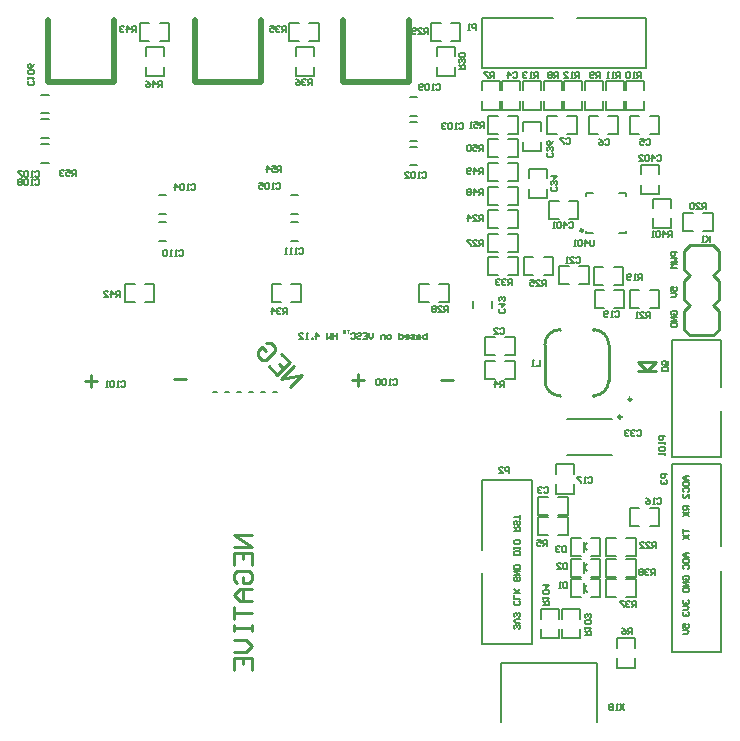
<source format=gbo>
G04*
G04 #@! TF.GenerationSoftware,Altium Limited,Altium Designer,19.1.8 (144)*
G04*
G04 Layer_Color=39423*
%FSLAX25Y25*%
%MOIN*%
G70*
G01*
G75*
%ADD10C,0.01000*%
%ADD11C,0.00984*%
%ADD13C,0.00787*%
%ADD14C,0.00700*%
%ADD15C,0.00500*%
%ADD158C,0.01968*%
G36*
X-125983Y-106299D02*
X-126222D01*
Y-105293D01*
X-126474Y-106299D01*
X-126724D01*
X-126975Y-105293D01*
X-126977Y-106299D01*
X-127216D01*
Y-105019D01*
X-126827D01*
X-126600Y-105894D01*
X-126370Y-105019D01*
X-125983D01*
Y-106299D01*
D02*
G37*
G36*
X-124803Y-105236D02*
X-125182D01*
Y-106299D01*
X-125441D01*
Y-105236D01*
X-125819D01*
Y-105019D01*
X-124803D01*
Y-105236D01*
D02*
G37*
D10*
X-47151Y-71653D02*
G03*
X-47151Y-71653I-440J0D01*
G01*
X-54843Y-104724D02*
G03*
X-59842Y-109724I0J-5000D01*
G01*
Y-121772D02*
G03*
X-54843Y-126772I5000J0D01*
G01*
X-38583Y-109724D02*
G03*
X-43583Y-104724I-5000J0D01*
G01*
Y-126772D02*
G03*
X-38583Y-121772I0J5000D01*
G01*
X-28650Y-118618D02*
X-22744D01*
X-28650Y-115665D02*
X-25697Y-118618D01*
X-28650Y-115665D02*
X-22744D01*
X-25697Y-118618D02*
X-22744Y-115665D01*
X-25697Y-118618D02*
X-25697D01*
X-13386Y-104882D02*
X-11575Y-106693D01*
X-13386Y-104882D02*
Y-98504D01*
X-11575Y-96693D01*
X-13386Y-94882D02*
X-11575Y-96693D01*
X-13386Y-94882D02*
Y-88504D01*
X-11575Y-86693D01*
X-13386Y-84882D02*
X-11575Y-86693D01*
X-13386Y-84882D02*
Y-78504D01*
X-11575Y-76693D01*
X-3701D01*
X-1890Y-78504D01*
Y-84882D02*
Y-78504D01*
X-3701Y-86693D02*
X-1890Y-84882D01*
X-3701Y-86693D02*
X-1890Y-88504D01*
Y-94882D02*
Y-88504D01*
X-3701Y-96693D02*
X-1890Y-94882D01*
X-3701Y-96693D02*
X-1890Y-98504D01*
Y-104882D02*
Y-98504D01*
X-3701Y-106693D02*
X-1890Y-104882D01*
X-11575Y-106693D02*
X-3701D01*
X-54843Y-104724D02*
X-54724D01*
X-59842Y-121772D02*
Y-109724D01*
X-54843Y-126772D02*
X-54724D01*
X-43701Y-104724D02*
X-43583D01*
X-38583Y-121772D02*
Y-109724D01*
X-43701Y-126772D02*
X-43583D01*
X-144882Y-124016D02*
X-140641Y-119774D01*
X-147709Y-121188D01*
X-143468Y-116947D01*
X-147709Y-112706D02*
X-144882Y-115533D01*
X-149123Y-119774D01*
X-151951Y-116947D01*
X-147002Y-117654D02*
X-148416Y-116240D01*
X-152657Y-109171D02*
X-151244D01*
X-149830Y-110585D01*
Y-111999D01*
X-152657Y-114826D01*
X-154071D01*
X-155485Y-113413D01*
Y-111999D01*
X-154071Y-110585D01*
X-152657Y-111999D01*
X-124016Y-121503D02*
X-120017D01*
X-122016Y-123502D02*
Y-119504D01*
X-94488Y-121503D02*
X-90490D01*
X-183465Y-121109D02*
X-179466D01*
X-212992Y-121897D02*
X-208993D01*
X-210993Y-123896D02*
Y-119897D01*
X-157480Y-173228D02*
X-163478D01*
X-157480Y-177227D01*
X-163478D01*
Y-183225D02*
Y-179226D01*
X-157480D01*
Y-183225D01*
X-160479Y-179226D02*
Y-181226D01*
X-162479Y-189223D02*
X-163478Y-188224D01*
Y-186224D01*
X-162479Y-185224D01*
X-158480D01*
X-157480Y-186224D01*
Y-188224D01*
X-158480Y-189223D01*
X-160479D01*
Y-187224D01*
X-157480Y-191223D02*
X-161479D01*
X-163478Y-193222D01*
X-161479Y-195221D01*
X-157480D01*
X-160479D01*
Y-191223D01*
X-163478Y-197221D02*
Y-201219D01*
Y-199220D01*
X-157480D01*
X-163478Y-203219D02*
Y-205218D01*
Y-204218D01*
X-157480D01*
Y-203219D01*
Y-205218D01*
X-163478Y-208217D02*
X-159480D01*
X-157480Y-210216D01*
X-159480Y-212216D01*
X-163478D01*
Y-218214D02*
Y-214215D01*
X-157480D01*
Y-218214D01*
X-160479Y-214215D02*
Y-216214D01*
D11*
X-34350Y-133858D02*
G03*
X-34350Y-133858I-492J0D01*
G01*
X-31004Y-127953D02*
G03*
X-31004Y-127953I-492J0D01*
G01*
D13*
X-188583Y-75197D02*
X-186221D01*
X-188583Y-68898D02*
X-186221D01*
X-144443Y-68898D02*
X-142081D01*
X-144443Y-75197D02*
X-142081D01*
X-227658Y-49213D02*
X-225295D01*
X-227658Y-42913D02*
X-225295D01*
X-104724Y-27165D02*
X-102362D01*
X-104724Y-33465D02*
X-102362D01*
X-144488Y-59842D02*
X-142126D01*
X-144488Y-66142D02*
X-142126D01*
X-188583Y-66142D02*
X-186221D01*
X-188583Y-59842D02*
X-186221D01*
X-104724Y-35433D02*
X-102362D01*
X-104724Y-41732D02*
X-102362D01*
X-104724Y-43701D02*
X-102362D01*
X-104724Y-50000D02*
X-102362D01*
X-83858Y-97638D02*
Y-95276D01*
X-77559Y-97638D02*
Y-95276D01*
X-52362Y-134646D02*
X-37402D01*
X-52362Y-146457D02*
X-37402D01*
X-227658Y-40945D02*
X-225295D01*
X-227658Y-34646D02*
X-225295D01*
X-227658Y-32677D02*
X-225295D01*
X-227658Y-26378D02*
X-225295D01*
X-35059Y-59252D02*
X-32677D01*
X-46063D02*
X-43681D01*
X-35059Y-72638D02*
X-32677D01*
X-46063D02*
X-43681D01*
X-32677Y-60039D02*
Y-59252D01*
Y-72638D02*
Y-71850D01*
X-46063Y-60039D02*
Y-59252D01*
Y-72638D02*
Y-71850D01*
D14*
X-74606Y-235630D02*
Y-215748D01*
X-59331D01*
X-42323D01*
Y-235630D02*
Y-215748D01*
X-35677Y-207698D02*
X-29677D01*
X-35677Y-217498D02*
X-29677D01*
Y-214338D01*
X-35677Y-217498D02*
Y-214338D01*
Y-210888D02*
Y-207698D01*
X-29677Y-210888D02*
Y-207698D01*
X-48643Y-67961D02*
Y-61961D01*
X-58443Y-67961D02*
Y-61961D01*
Y-67961D02*
X-55283D01*
X-58443Y-61961D02*
X-55283D01*
X-51833D02*
X-48643D01*
X-51833Y-67961D02*
X-48643D01*
X-79703Y-107237D02*
X-76512D01*
X-79703Y-113237D02*
X-76512D01*
X-73062D02*
X-69902D01*
X-73062Y-107237D02*
X-69902D01*
Y-113237D02*
Y-107237D01*
X-79703Y-113237D02*
Y-107237D01*
X-68063Y-25006D02*
Y-21816D01*
X-74063Y-25006D02*
Y-21816D01*
Y-31616D02*
Y-28456D01*
X-68063Y-31616D02*
Y-28456D01*
X-74063Y-31616D02*
X-68063D01*
X-74063Y-21816D02*
X-68063D01*
X-24865Y-39670D02*
X-21675D01*
X-24865Y-33670D02*
X-21675D01*
X-31475D02*
X-28315D01*
X-31475Y-39670D02*
X-28315D01*
X-31475D02*
Y-33670D01*
X-21675Y-39670D02*
Y-33670D01*
X-38644Y-39670D02*
X-35454D01*
X-38644Y-33670D02*
X-35454D01*
X-45254D02*
X-42094D01*
X-45254Y-39670D02*
X-42094D01*
X-45254D02*
Y-33670D01*
X-35454Y-39670D02*
Y-33670D01*
X-52424Y-39670D02*
X-49234D01*
X-52424Y-33670D02*
X-49234D01*
X-59034D02*
X-55874D01*
X-59034Y-39670D02*
X-55874D01*
X-59034D02*
Y-33670D01*
X-49234Y-39670D02*
Y-33670D01*
X-24865Y-170323D02*
X-21675D01*
X-24865Y-164323D02*
X-21675D01*
X-31475D02*
X-28315D01*
X-31475Y-170323D02*
X-28315D01*
X-31475D02*
Y-164323D01*
X-21675Y-170323D02*
Y-164323D01*
X-56150Y-159428D02*
Y-156238D01*
X-50150Y-159428D02*
Y-156238D01*
Y-152788D02*
Y-149628D01*
X-56150Y-152788D02*
Y-149628D01*
X-50150D01*
X-56150Y-159428D02*
X-50150D01*
X-36676Y-97488D02*
X-33486D01*
X-36676Y-91488D02*
X-33486D01*
X-43286D02*
X-40126D01*
X-43286Y-97488D02*
X-40126D01*
X-43286D02*
Y-91488D01*
X-33486Y-97488D02*
Y-91488D01*
X-48487Y-89614D02*
X-45297D01*
X-48487Y-83614D02*
X-45297D01*
X-55097D02*
X-51937D01*
X-55097Y-89614D02*
X-51937D01*
X-55097D02*
Y-83614D01*
X-45297Y-89614D02*
Y-83614D01*
X-65008Y-61002D02*
Y-57812D01*
X-59008Y-61002D02*
Y-57812D01*
Y-54362D02*
Y-51202D01*
X-65008Y-54362D02*
Y-51202D01*
X-59008D01*
X-65008Y-61002D02*
X-59008D01*
X-66976Y-45254D02*
Y-42064D01*
X-60976Y-45254D02*
Y-42064D01*
Y-38614D02*
Y-35454D01*
X-66976Y-38614D02*
Y-35454D01*
X-60976D01*
X-66976Y-45254D02*
X-60976D01*
X-80709Y-209646D02*
Y-186024D01*
Y-209646D02*
X-64173D01*
Y-154921D01*
X-80709D02*
X-64173D01*
X-80709Y-178150D02*
Y-154921D01*
X-73093Y-121111D02*
X-69902D01*
X-73093Y-115111D02*
X-69902D01*
X-79703D02*
X-76543D01*
X-79703Y-121111D02*
X-76543D01*
X-79703D02*
Y-115111D01*
X-69902Y-121111D02*
Y-115111D01*
X-80953Y-31616D02*
Y-28426D01*
X-74953Y-31616D02*
Y-28426D01*
Y-24976D02*
Y-21816D01*
X-80953Y-24976D02*
Y-21816D01*
X-74953D01*
X-80953Y-31616D02*
X-74953D01*
X-54283Y-25006D02*
Y-21816D01*
X-60283Y-25006D02*
Y-21816D01*
Y-31616D02*
Y-28456D01*
X-54283Y-31616D02*
Y-28456D01*
X-60283Y-31616D02*
X-54283D01*
X-60283Y-21816D02*
X-54283D01*
X-40504Y-25006D02*
Y-21816D01*
X-46504Y-25006D02*
Y-21816D01*
Y-31616D02*
Y-28456D01*
X-40504Y-31616D02*
Y-28456D01*
X-46504Y-31616D02*
X-40504D01*
X-46504Y-21816D02*
X-40504D01*
X-26724Y-25006D02*
Y-21816D01*
X-32724Y-25006D02*
Y-21816D01*
Y-31616D02*
Y-28456D01*
X-26724Y-31616D02*
Y-28456D01*
X-32724Y-31616D02*
X-26724D01*
X-32724Y-21816D02*
X-26724D01*
X-39614Y-31616D02*
Y-28426D01*
X-33614Y-31616D02*
Y-28426D01*
Y-24976D02*
Y-21816D01*
X-39614Y-24976D02*
Y-21816D01*
X-33614D01*
X-39614Y-31616D02*
X-33614D01*
X-53394D02*
Y-28426D01*
X-47394Y-31616D02*
Y-28426D01*
Y-24976D02*
Y-21816D01*
X-53394Y-24976D02*
Y-21816D01*
X-47394D01*
X-53394Y-31616D02*
X-47394D01*
X-67173D02*
Y-28426D01*
X-61173Y-31616D02*
Y-28426D01*
Y-24976D02*
Y-21816D01*
X-67173Y-24976D02*
Y-21816D01*
X-61173D01*
X-67173Y-31616D02*
X-61173D01*
X-36873Y-90008D02*
X-33683D01*
X-36873Y-84008D02*
X-33683D01*
X-43483D02*
X-40323D01*
X-43483Y-90008D02*
X-40323D01*
X-43483D02*
Y-84008D01*
X-33683Y-90008D02*
Y-84008D01*
X-13758Y-65898D02*
X-10568D01*
X-13758Y-71898D02*
X-10568D01*
X-7118D02*
X-3958D01*
X-7118Y-65898D02*
X-3958D01*
Y-71898D02*
Y-65898D01*
X-13758Y-71898D02*
Y-65898D01*
X-24865Y-97488D02*
X-21675D01*
X-24865Y-91488D02*
X-21675D01*
X-31475D02*
X-28315D01*
X-31475Y-97488D02*
X-28315D01*
X-31475D02*
Y-91488D01*
X-21675Y-97488D02*
Y-91488D01*
X-72109Y-70913D02*
X-68919D01*
X-72109Y-64913D02*
X-68919D01*
X-78719D02*
X-75559D01*
X-78719Y-70913D02*
X-75559D01*
X-78719D02*
Y-64913D01*
X-68919Y-70913D02*
Y-64913D01*
X-66908Y-80661D02*
X-63718D01*
X-66908Y-86661D02*
X-63718D01*
X-60268D02*
X-57108D01*
X-60268Y-80661D02*
X-57108D01*
Y-86661D02*
Y-80661D01*
X-66908Y-86661D02*
Y-80661D01*
X-72109Y-78787D02*
X-68919D01*
X-72109Y-72787D02*
X-68919D01*
X-78719D02*
X-75559D01*
X-78719Y-78787D02*
X-75559D01*
X-78719D02*
Y-72787D01*
X-68919Y-78787D02*
Y-72787D01*
X-101750Y-89520D02*
X-98560D01*
X-101750Y-95520D02*
X-98560D01*
X-95110D02*
X-91950D01*
X-95110Y-89520D02*
X-91950D01*
Y-95520D02*
Y-89520D01*
X-101750Y-95520D02*
Y-89520D01*
X-95913Y-20254D02*
Y-17064D01*
X-89913Y-20254D02*
Y-17064D01*
Y-13614D02*
Y-10454D01*
X-95913Y-13614D02*
Y-10454D01*
X-89913D01*
X-95913Y-20254D02*
X-89913D01*
X-72109Y-86661D02*
X-68919D01*
X-72109Y-80661D02*
X-68919D01*
X-78719D02*
X-75559D01*
X-78719Y-86661D02*
X-75559D01*
X-78719D02*
Y-80661D01*
X-68919Y-86661D02*
Y-80661D01*
X-150963Y-89520D02*
X-147773D01*
X-150963Y-95520D02*
X-147773D01*
X-144323D02*
X-141163D01*
X-144323Y-89520D02*
X-141163D01*
Y-95520D02*
Y-89520D01*
X-150963Y-95520D02*
Y-89520D01*
X-145057Y-2512D02*
X-141867D01*
X-145057Y-8512D02*
X-141867D01*
X-138417D02*
X-135257D01*
X-138417Y-2512D02*
X-135257D01*
Y-8512D02*
Y-2512D01*
X-145057Y-8512D02*
Y-2512D01*
X-142764Y-20254D02*
Y-17064D01*
X-136764Y-20254D02*
Y-17064D01*
Y-13614D02*
Y-10454D01*
X-142764Y-13614D02*
Y-10454D01*
X-136764D01*
X-142764Y-20254D02*
X-136764D01*
X-199782Y-89520D02*
X-196592D01*
X-199782Y-95520D02*
X-196592D01*
X-193142D02*
X-189982D01*
X-193142Y-89520D02*
X-189982D01*
Y-95520D02*
Y-89520D01*
X-199782Y-95520D02*
Y-89520D01*
X-194861Y-2512D02*
X-191671D01*
X-194861Y-8512D02*
X-191671D01*
X-188221D02*
X-185061D01*
X-188221Y-2512D02*
X-185061D01*
Y-8512D02*
Y-2512D01*
X-194861Y-8512D02*
Y-2512D01*
X-192961Y-20254D02*
Y-17064D01*
X-186961Y-20254D02*
Y-17064D01*
Y-13614D02*
Y-10454D01*
X-192961Y-13614D02*
Y-10454D01*
X-186961D01*
X-192961Y-20254D02*
X-186961D01*
X-78719Y-57039D02*
X-75529D01*
X-78719Y-63039D02*
X-75529D01*
X-72079D02*
X-68919D01*
X-72079Y-57039D02*
X-68919D01*
Y-63039D02*
Y-57039D01*
X-78719Y-63039D02*
Y-57039D01*
Y-49165D02*
X-75529D01*
X-78719Y-55165D02*
X-75529D01*
X-72079D02*
X-68919D01*
X-72079Y-49165D02*
X-68919D01*
Y-55165D02*
Y-49165D01*
X-78719Y-55165D02*
Y-49165D01*
Y-41291D02*
X-75529D01*
X-78719Y-47291D02*
X-75529D01*
X-72079D02*
X-68919D01*
X-72079Y-41291D02*
X-68919D01*
Y-47291D02*
Y-41291D01*
X-78719Y-47291D02*
Y-41291D01*
Y-33417D02*
X-75529D01*
X-78719Y-39417D02*
X-75529D01*
X-72079D02*
X-68919D01*
X-72079Y-33417D02*
X-68919D01*
Y-39417D02*
Y-33417D01*
X-78719Y-39417D02*
Y-33417D01*
X-48181Y-201046D02*
Y-197856D01*
X-54181Y-201046D02*
Y-197856D01*
Y-207656D02*
Y-204496D01*
X-48181Y-207656D02*
Y-204496D01*
X-54181Y-207656D02*
X-48181D01*
X-54181Y-197856D02*
X-48181D01*
X-55268Y-201046D02*
Y-197856D01*
X-61268Y-201046D02*
Y-197856D01*
Y-207656D02*
Y-204496D01*
X-55268Y-207656D02*
Y-204496D01*
X-61268Y-207656D02*
X-55268D01*
X-61268Y-197856D02*
X-55268D01*
X-23669Y-70845D02*
Y-67655D01*
X-17669Y-70845D02*
Y-67655D01*
Y-64205D02*
Y-61045D01*
X-23669Y-64205D02*
Y-61045D01*
X-17669D01*
X-23669Y-70845D02*
X-17669D01*
X-61987Y-160386D02*
X-58797Y-160386D01*
X-61987Y-166386D02*
X-58797D01*
X-55347D02*
X-52187D01*
X-55347Y-160386D02*
X-52187D01*
Y-166386D02*
Y-160386D01*
X-61987Y-166386D02*
Y-160386D01*
Y-167276D02*
X-58797D01*
X-61987Y-173276D02*
X-58797D01*
X-55347D02*
X-52187D01*
X-55347Y-167276D02*
X-52187D01*
Y-173276D02*
Y-167276D01*
X-61987Y-173276D02*
Y-167276D01*
X-32739Y-180166D02*
X-29549D01*
X-32739Y-174166D02*
X-29549D01*
X-39349D02*
X-36189D01*
X-39349Y-180166D02*
X-36189D01*
X-39349D02*
Y-174166D01*
X-29549Y-180166D02*
Y-174166D01*
X-32739Y-193946D02*
X-29549D01*
X-32739Y-187946D02*
X-29549D01*
X-39349D02*
X-36189D01*
X-39349Y-193946D02*
X-36189D01*
X-39349D02*
Y-187946D01*
X-29549Y-193946D02*
Y-187946D01*
X-32739Y-187056D02*
X-29549D01*
X-32739Y-181056D02*
X-29549D01*
X-39349D02*
X-36189D01*
X-39349Y-187056D02*
X-36189D01*
X-39349D02*
Y-181056D01*
X-29549Y-187056D02*
Y-181056D01*
X-985Y-147244D02*
Y-131890D01*
X-17520Y-147244D02*
X-985D01*
X-17520D02*
Y-108268D01*
X-985D01*
Y-124016D02*
Y-108268D01*
X-80708Y-984D02*
X-57086D01*
X-80708Y-17519D02*
Y-984D01*
Y-17519D02*
X-25984D01*
Y-984D01*
X-49212D02*
X-25984D01*
X-984Y-212205D02*
Y-185039D01*
X-17520Y-212205D02*
X-984D01*
X-17520D02*
Y-149606D01*
X-984D01*
Y-176772D02*
Y-149606D01*
X-46860Y-178866D02*
Y-175466D01*
Y-177166D02*
X-45660Y-178366D01*
X-46860Y-177166D02*
X-45660Y-175966D01*
X-51160Y-174166D02*
X-47970D01*
X-51160Y-180166D02*
X-47970D01*
X-44520D02*
X-41360D01*
X-44520Y-174166D02*
X-41360D01*
Y-180166D02*
Y-174166D01*
X-51160Y-180166D02*
Y-174166D01*
X-51160Y-187946D02*
X-47970D01*
X-51160Y-193946D02*
X-47970D01*
X-44520D02*
X-41360D01*
X-44520Y-187946D02*
X-41360D01*
Y-193946D02*
Y-187946D01*
X-51160Y-193946D02*
Y-187946D01*
X-46860Y-190946D02*
X-45660Y-189746D01*
X-46860Y-190946D02*
X-45660Y-192146D01*
X-46860Y-192646D02*
Y-189246D01*
Y-185756D02*
Y-182356D01*
Y-184056D02*
X-45660Y-185256D01*
X-46860Y-184056D02*
X-45660Y-182856D01*
X-51160Y-181056D02*
X-47970D01*
X-51160Y-187056D02*
X-47970D01*
X-44520D02*
X-41360D01*
X-44520Y-181056D02*
X-41360D01*
Y-187056D02*
Y-181056D01*
X-51160Y-187056D02*
Y-181056D01*
X-97813Y-8512D02*
Y-2512D01*
X-88013Y-8512D02*
Y-2512D01*
X-91173D02*
X-88013D01*
X-91173Y-8512D02*
X-88013D01*
X-97813D02*
X-94623D01*
X-97813Y-2512D02*
X-94623D01*
X-27803Y-59624D02*
Y-56434D01*
X-21803Y-59624D02*
Y-56434D01*
Y-52984D02*
Y-49824D01*
X-27803Y-52984D02*
Y-49824D01*
X-21803D01*
X-27803Y-59624D02*
X-21803D01*
D15*
X-11811Y-153543D02*
X-13144D01*
X-13810Y-154210D01*
X-13144Y-154876D01*
X-11811D01*
X-12811D01*
Y-153543D01*
X-13810Y-155543D02*
X-11811D01*
Y-156542D01*
X-12144Y-156876D01*
X-13477D01*
X-13810Y-156542D01*
Y-155543D01*
X-13477Y-158875D02*
X-13810Y-158542D01*
Y-157875D01*
X-13477Y-157542D01*
X-12144D01*
X-11811Y-157875D01*
Y-158542D01*
X-12144Y-158875D01*
X-11811Y-160874D02*
Y-159541D01*
X-13144Y-160874D01*
X-13477D01*
X-13810Y-160541D01*
Y-159875D01*
X-13477Y-159541D01*
X-13810Y-171260D02*
Y-172593D01*
Y-171926D01*
X-11811D01*
X-13810Y-173259D02*
X-11811Y-174592D01*
X-13810D02*
X-11811Y-173259D01*
Y-163386D02*
X-13810D01*
Y-164385D01*
X-13477Y-164719D01*
X-12811D01*
X-12477Y-164385D01*
Y-163386D01*
Y-164052D02*
X-11811Y-164719D01*
X-13810Y-165385D02*
X-11811Y-166718D01*
X-13810D02*
X-11811Y-165385D01*
Y-179134D02*
X-13144D01*
X-13810Y-179800D01*
X-13144Y-180467D01*
X-11811D01*
X-12811D01*
Y-179134D01*
X-13810Y-181133D02*
X-11811D01*
Y-182133D01*
X-12144Y-182466D01*
X-13477D01*
X-13810Y-182133D01*
Y-181133D01*
X-13477Y-184466D02*
X-13810Y-184132D01*
Y-183466D01*
X-13477Y-183133D01*
X-12144D01*
X-11811Y-183466D01*
Y-184132D01*
X-12144Y-184466D01*
X-13477Y-188341D02*
X-13810Y-188007D01*
Y-187341D01*
X-13477Y-187008D01*
X-12144D01*
X-11811Y-187341D01*
Y-188007D01*
X-12144Y-188341D01*
X-12811D01*
Y-187674D01*
X-11811Y-189007D02*
X-13810D01*
X-11811Y-190340D01*
X-13810D01*
Y-191007D02*
X-11811D01*
Y-192006D01*
X-12144Y-192340D01*
X-13477D01*
X-13810Y-192006D01*
Y-191007D01*
X-13477Y-194882D02*
X-13810Y-195215D01*
Y-195882D01*
X-13477Y-196215D01*
X-13144D01*
X-12811Y-195882D01*
Y-195548D01*
Y-195882D01*
X-12477Y-196215D01*
X-12144D01*
X-11811Y-195882D01*
Y-195215D01*
X-12144Y-194882D01*
X-13810Y-196881D02*
X-12477D01*
X-11811Y-197548D01*
X-12477Y-198214D01*
X-13810D01*
X-13477Y-198881D02*
X-13810Y-199214D01*
Y-199880D01*
X-13477Y-200214D01*
X-13144D01*
X-12811Y-199880D01*
Y-199547D01*
Y-199880D01*
X-12477Y-200214D01*
X-12144D01*
X-11811Y-199880D01*
Y-199214D01*
X-12144Y-198881D01*
X-13810Y-204089D02*
Y-202756D01*
X-12811D01*
X-13144Y-203422D01*
Y-203756D01*
X-12811Y-204089D01*
X-12144D01*
X-11811Y-203756D01*
Y-203089D01*
X-12144Y-202756D01*
X-13810Y-204755D02*
X-12477D01*
X-11811Y-205422D01*
X-12477Y-206088D01*
X-13810D01*
X-17414Y-99758D02*
X-17747Y-99425D01*
Y-98758D01*
X-17414Y-98425D01*
X-16081D01*
X-15748Y-98758D01*
Y-99425D01*
X-16081Y-99758D01*
X-16748D01*
Y-99092D01*
X-15748Y-100425D02*
X-17747D01*
X-15748Y-101757D01*
X-17747D01*
Y-102424D02*
X-15748D01*
Y-103424D01*
X-16081Y-103757D01*
X-17414D01*
X-17747Y-103424D01*
Y-102424D01*
X-15748Y-78740D02*
X-17747D01*
Y-79740D01*
X-17414Y-80073D01*
X-16748D01*
X-16414Y-79740D01*
Y-78740D01*
X-17747Y-80739D02*
X-15748D01*
X-16414Y-81406D01*
X-15748Y-82072D01*
X-17747D01*
X-15748Y-82739D02*
X-17747D01*
X-17081Y-83405D01*
X-17747Y-84072D01*
X-15748D01*
X-17747Y-91884D02*
Y-90551D01*
X-16748D01*
X-17081Y-91218D01*
Y-91551D01*
X-16748Y-91884D01*
X-16081D01*
X-15748Y-91551D01*
Y-90884D01*
X-16081Y-90551D01*
X-17747Y-92550D02*
X-16414D01*
X-15748Y-93217D01*
X-16414Y-93883D01*
X-17747D01*
X-170472Y-125378D02*
X-169140D01*
X-166474D02*
X-165141D01*
X-162475D02*
X-161142D01*
X-158476D02*
X-157143D01*
X-154478D02*
X-153145D01*
X-150479D02*
X-149146D01*
X-99213Y-105875D02*
Y-107874D01*
X-100212D01*
X-100546Y-107541D01*
Y-107208D01*
Y-106874D01*
X-100212Y-106541D01*
X-99213D01*
X-101545D02*
X-102212D01*
X-102545Y-106874D01*
Y-107874D01*
X-101545D01*
X-101212Y-107541D01*
X-101545Y-107208D01*
X-102545D01*
X-103211Y-107874D02*
X-104211D01*
X-104544Y-107541D01*
X-104211Y-107208D01*
X-103544D01*
X-103211Y-106874D01*
X-103544Y-106541D01*
X-104544D01*
X-106210Y-107874D02*
X-105544D01*
X-105211Y-107541D01*
Y-106874D01*
X-105544Y-106541D01*
X-106210D01*
X-106544Y-106874D01*
Y-107208D01*
X-105211D01*
X-108543Y-105875D02*
Y-107874D01*
X-107543D01*
X-107210Y-107541D01*
Y-106874D01*
X-107543Y-106541D01*
X-108543D01*
X-111542Y-107874D02*
X-112208D01*
X-112542Y-107541D01*
Y-106874D01*
X-112208Y-106541D01*
X-111542D01*
X-111209Y-106874D01*
Y-107541D01*
X-111542Y-107874D01*
X-113208D02*
Y-106541D01*
X-114208D01*
X-114541Y-106874D01*
Y-107874D01*
X-117207Y-105875D02*
Y-107208D01*
X-117873Y-107874D01*
X-118540Y-107208D01*
Y-105875D01*
X-120539D02*
X-119206D01*
Y-107874D01*
X-120539D01*
X-119206Y-106874D02*
X-119873D01*
X-122538Y-106208D02*
X-122205Y-105875D01*
X-121539D01*
X-121205Y-106208D01*
Y-106541D01*
X-121539Y-106874D01*
X-122205D01*
X-122538Y-107208D01*
Y-107541D01*
X-122205Y-107874D01*
X-121539D01*
X-121205Y-107541D01*
X-124538Y-106208D02*
X-124205Y-105875D01*
X-123538D01*
X-123205Y-106208D01*
Y-107541D01*
X-123538Y-107874D01*
X-124205D01*
X-124538Y-107541D01*
X-129203Y-105875D02*
Y-107874D01*
Y-106874D01*
X-130536D01*
Y-105875D01*
Y-107874D01*
X-131202Y-105875D02*
Y-107874D01*
X-131869Y-107208D01*
X-132535Y-107874D01*
Y-105875D01*
X-136201Y-107874D02*
Y-105875D01*
X-135201Y-106874D01*
X-136534D01*
X-137200Y-107874D02*
Y-107541D01*
X-137533D01*
Y-107874D01*
X-137200D01*
X-138866D02*
X-139533D01*
X-139200D01*
Y-105875D01*
X-138866Y-106208D01*
X-141865Y-107874D02*
X-140533D01*
X-141865Y-106541D01*
Y-106208D01*
X-141532Y-105875D01*
X-140866D01*
X-140533Y-106208D01*
X-68433Y-204377D02*
X-68100Y-204044D01*
Y-203378D01*
X-68433Y-203044D01*
X-68767D01*
X-69100Y-203378D01*
Y-203711D01*
Y-203378D01*
X-69433Y-203044D01*
X-69766D01*
X-70100Y-203378D01*
Y-204044D01*
X-69766Y-204377D01*
X-68100Y-202378D02*
X-69433D01*
X-70100Y-201711D01*
X-69433Y-201045D01*
X-68100D01*
X-68433Y-200378D02*
X-68100Y-200045D01*
Y-199379D01*
X-68433Y-199046D01*
X-68767D01*
X-69100Y-199379D01*
Y-199712D01*
Y-199379D01*
X-69433Y-199046D01*
X-69766D01*
X-70100Y-199379D01*
Y-200045D01*
X-69766Y-200378D01*
X-68433Y-187296D02*
X-68100Y-187629D01*
Y-188296D01*
X-68433Y-188629D01*
X-69766D01*
X-70100Y-188296D01*
Y-187629D01*
X-69766Y-187296D01*
X-69100D01*
Y-187963D01*
X-70100Y-186630D02*
X-68100D01*
X-70100Y-185297D01*
X-68100D01*
Y-184631D02*
X-70100D01*
Y-183631D01*
X-69766Y-183298D01*
X-68433D01*
X-68100Y-183631D01*
Y-184631D01*
X-68433Y-195170D02*
X-68100Y-195503D01*
Y-196170D01*
X-68433Y-196503D01*
X-69766D01*
X-70100Y-196170D01*
Y-195503D01*
X-69766Y-195170D01*
X-68100Y-194504D02*
X-70100D01*
Y-193171D01*
X-68100Y-192505D02*
X-70100D01*
X-69433D01*
X-68100Y-191172D01*
X-69100Y-192171D01*
X-70100Y-191172D01*
X-68100Y-179771D02*
X-70100D01*
Y-178771D01*
X-69766Y-178438D01*
X-68433D01*
X-68100Y-178771D01*
Y-179771D01*
Y-177772D02*
Y-177105D01*
Y-177438D01*
X-70100D01*
Y-177772D01*
Y-177105D01*
X-68100Y-175106D02*
Y-175772D01*
X-68433Y-176105D01*
X-69766D01*
X-70100Y-175772D01*
Y-175106D01*
X-69766Y-174773D01*
X-68433D01*
X-68100Y-175106D01*
X-70100Y-171897D02*
X-68100D01*
Y-170897D01*
X-68433Y-170564D01*
X-69100D01*
X-69433Y-170897D01*
Y-171897D01*
Y-171230D02*
X-70100Y-170564D01*
X-68433Y-168565D02*
X-68100Y-168898D01*
Y-169564D01*
X-68433Y-169898D01*
X-68767D01*
X-69100Y-169564D01*
Y-168898D01*
X-69433Y-168565D01*
X-69766D01*
X-70100Y-168898D01*
Y-169564D01*
X-69766Y-169898D01*
X-68100Y-167898D02*
Y-166565D01*
Y-167232D01*
X-70100D01*
X-141884Y-77861D02*
X-141551Y-77528D01*
X-140884D01*
X-140551Y-77861D01*
Y-79194D01*
X-140884Y-79528D01*
X-141551D01*
X-141884Y-79194D01*
X-142551Y-79528D02*
X-143217D01*
X-142884D01*
Y-77528D01*
X-142551Y-77861D01*
X-144217Y-79528D02*
X-144883D01*
X-144550D01*
Y-77528D01*
X-144217Y-77861D01*
X-145883Y-79528D02*
X-146549D01*
X-146216D01*
Y-77528D01*
X-145883Y-77861D01*
X-181648Y-78649D02*
X-181315Y-78316D01*
X-180648D01*
X-180315Y-78649D01*
Y-79982D01*
X-180648Y-80315D01*
X-181315D01*
X-181648Y-79982D01*
X-182314Y-80315D02*
X-182981D01*
X-182648D01*
Y-78316D01*
X-182314Y-78649D01*
X-183980Y-80315D02*
X-184647D01*
X-184314D01*
Y-78316D01*
X-183980Y-78649D01*
X-185647D02*
X-185980Y-78316D01*
X-186646D01*
X-186979Y-78649D01*
Y-79982D01*
X-186646Y-80315D01*
X-185980D01*
X-185647Y-79982D01*
Y-78649D01*
X-96215Y-23137D02*
X-95882Y-22804D01*
X-95215D01*
X-94882Y-23137D01*
Y-24470D01*
X-95215Y-24803D01*
X-95882D01*
X-96215Y-24470D01*
X-96881Y-24803D02*
X-97548D01*
X-97215D01*
Y-22804D01*
X-96881Y-23137D01*
X-98547D02*
X-98881Y-22804D01*
X-99547D01*
X-99880Y-23137D01*
Y-24470D01*
X-99547Y-24803D01*
X-98881D01*
X-98547Y-24470D01*
Y-23137D01*
X-100547Y-24470D02*
X-100880Y-24803D01*
X-101546D01*
X-101880Y-24470D01*
Y-23137D01*
X-101546Y-22804D01*
X-100880D01*
X-100547Y-23137D01*
Y-23470D01*
X-100880Y-23803D01*
X-101880D01*
X-229679Y-55027D02*
X-229346Y-54694D01*
X-228680D01*
X-228346Y-55027D01*
Y-56360D01*
X-228680Y-56693D01*
X-229346D01*
X-229679Y-56360D01*
X-230346Y-56693D02*
X-231012D01*
X-230679D01*
Y-54694D01*
X-230346Y-55027D01*
X-232012D02*
X-232345Y-54694D01*
X-233012D01*
X-233345Y-55027D01*
Y-56360D01*
X-233012Y-56693D01*
X-232345D01*
X-232012Y-56360D01*
Y-55027D01*
X-234011D02*
X-234345Y-54694D01*
X-235011D01*
X-235344Y-55027D01*
Y-55360D01*
X-235011Y-55693D01*
X-235344Y-56027D01*
Y-56360D01*
X-235011Y-56693D01*
X-234345D01*
X-234011Y-56360D01*
Y-56027D01*
X-234345Y-55693D01*
X-234011Y-55360D01*
Y-55027D01*
X-234345Y-55693D02*
X-235011D01*
X-229679Y-52271D02*
X-229346Y-51938D01*
X-228680D01*
X-228346Y-52271D01*
Y-53604D01*
X-228680Y-53937D01*
X-229346D01*
X-229679Y-53604D01*
X-230346Y-53937D02*
X-231012D01*
X-230679D01*
Y-51938D01*
X-230346Y-52271D01*
X-232012D02*
X-232345Y-51938D01*
X-233012D01*
X-233345Y-52271D01*
Y-53604D01*
X-233012Y-53937D01*
X-232345D01*
X-232012Y-53604D01*
Y-52271D01*
X-234011Y-51938D02*
X-235344D01*
Y-52271D01*
X-234011Y-53604D01*
Y-53937D01*
X-33465Y-229497D02*
X-34797Y-231496D01*
Y-229497D02*
X-33465Y-231496D01*
X-35464D02*
X-36130D01*
X-35797D01*
Y-229497D01*
X-35464Y-229830D01*
X-37130Y-229497D02*
Y-231496D01*
X-38130D01*
X-38463Y-231163D01*
Y-230830D01*
X-38130Y-230496D01*
X-37130D01*
X-38130D01*
X-38463Y-230163D01*
Y-229830D01*
X-38130Y-229497D01*
X-37130D01*
X-29286Y-138491D02*
X-28952Y-138158D01*
X-28286D01*
X-27953Y-138491D01*
Y-139824D01*
X-28286Y-140157D01*
X-28952D01*
X-29286Y-139824D01*
X-29952Y-138491D02*
X-30285Y-138158D01*
X-30952D01*
X-31285Y-138491D01*
Y-138825D01*
X-30952Y-139158D01*
X-30619D01*
X-30952D01*
X-31285Y-139491D01*
Y-139824D01*
X-30952Y-140157D01*
X-30285D01*
X-29952Y-139824D01*
X-31951Y-138491D02*
X-32285Y-138158D01*
X-32951D01*
X-33284Y-138491D01*
Y-138825D01*
X-32951Y-139158D01*
X-32618D01*
X-32951D01*
X-33284Y-139491D01*
Y-139824D01*
X-32951Y-140157D01*
X-32285D01*
X-31951Y-139824D01*
X-23228Y-186614D02*
Y-184615D01*
X-24228D01*
X-24561Y-184948D01*
Y-185615D01*
X-24228Y-185948D01*
X-23228D01*
X-23895D02*
X-24561Y-186614D01*
X-25228Y-184948D02*
X-25561Y-184615D01*
X-26227D01*
X-26561Y-184948D01*
Y-185281D01*
X-26227Y-185615D01*
X-25894D01*
X-26227D01*
X-26561Y-185948D01*
Y-186281D01*
X-26227Y-186614D01*
X-25561D01*
X-25228Y-186281D01*
X-27227Y-184948D02*
X-27560Y-184615D01*
X-28227D01*
X-28560Y-184948D01*
Y-185281D01*
X-28227Y-185615D01*
X-28560Y-185948D01*
Y-186281D01*
X-28227Y-186614D01*
X-27560D01*
X-27227Y-186281D01*
Y-185948D01*
X-27560Y-185615D01*
X-27227Y-185281D01*
Y-184948D01*
X-27560Y-185615D02*
X-28227D01*
X-29528Y-197244D02*
Y-195245D01*
X-30527D01*
X-30860Y-195578D01*
Y-196244D01*
X-30527Y-196578D01*
X-29528D01*
X-30194D02*
X-30860Y-197244D01*
X-31527Y-195578D02*
X-31860Y-195245D01*
X-32527D01*
X-32860Y-195578D01*
Y-195911D01*
X-32527Y-196244D01*
X-32193D01*
X-32527D01*
X-32860Y-196578D01*
Y-196911D01*
X-32527Y-197244D01*
X-31860D01*
X-31527Y-196911D01*
X-33526Y-195245D02*
X-34859D01*
Y-195578D01*
X-33526Y-196911D01*
Y-197244D01*
X-22835Y-177559D02*
Y-175560D01*
X-23834D01*
X-24168Y-175893D01*
Y-176559D01*
X-23834Y-176893D01*
X-22835D01*
X-23501D02*
X-24168Y-177559D01*
X-26167D02*
X-24834D01*
X-26167Y-176226D01*
Y-175893D01*
X-25834Y-175560D01*
X-25167D01*
X-24834Y-175893D01*
X-28166Y-177559D02*
X-26833D01*
X-28166Y-176226D01*
Y-175893D01*
X-27833Y-175560D01*
X-27167D01*
X-26833Y-175893D01*
X-59055Y-176772D02*
Y-174772D01*
X-60055D01*
X-60388Y-175106D01*
Y-175772D01*
X-60055Y-176105D01*
X-59055D01*
X-59722D02*
X-60388Y-176772D01*
X-62387Y-174772D02*
X-61054D01*
Y-175772D01*
X-61721Y-175439D01*
X-62054D01*
X-62387Y-175772D01*
Y-176438D01*
X-62054Y-176772D01*
X-61388D01*
X-61054Y-176438D01*
X-4724Y-73591D02*
Y-75590D01*
Y-74924D01*
X-6057Y-73591D01*
X-5058Y-74591D01*
X-6057Y-75590D01*
X-6724D02*
X-7390D01*
X-7057D01*
Y-73591D01*
X-6724Y-73924D01*
X-52756Y-176741D02*
Y-178740D01*
X-53756D01*
X-54089Y-178407D01*
Y-177074D01*
X-53756Y-176741D01*
X-52756D01*
X-54755Y-177074D02*
X-55089Y-176741D01*
X-55755D01*
X-56088Y-177074D01*
Y-177407D01*
X-55755Y-177741D01*
X-55422D01*
X-55755D01*
X-56088Y-178074D01*
Y-178407D01*
X-55755Y-178740D01*
X-55089D01*
X-54755Y-178407D01*
X-52362Y-182646D02*
Y-184646D01*
X-53362D01*
X-53695Y-184312D01*
Y-182980D01*
X-53362Y-182646D01*
X-52362D01*
X-55694Y-184646D02*
X-54361D01*
X-55694Y-183313D01*
Y-182980D01*
X-55361Y-182646D01*
X-54695D01*
X-54361Y-182980D01*
X-52362Y-188945D02*
Y-190945D01*
X-53362D01*
X-53695Y-190612D01*
Y-189279D01*
X-53362Y-188945D01*
X-52362D01*
X-54361Y-190945D02*
X-55028D01*
X-54695D01*
Y-188945D01*
X-54361Y-189279D01*
X-59994Y-157389D02*
X-59661Y-157056D01*
X-58995D01*
X-58661Y-157389D01*
Y-158722D01*
X-58995Y-159055D01*
X-59661D01*
X-59994Y-158722D01*
X-60661Y-157389D02*
X-60994Y-157056D01*
X-61660D01*
X-61994Y-157389D01*
Y-157722D01*
X-61660Y-158055D01*
X-61327D01*
X-61660D01*
X-61994Y-158389D01*
Y-158722D01*
X-61660Y-159055D01*
X-60994D01*
X-60661Y-158722D01*
X-43307Y-74772D02*
Y-76438D01*
X-43640Y-76772D01*
X-44307D01*
X-44640Y-76438D01*
Y-74772D01*
X-46306Y-76772D02*
Y-74772D01*
X-45306Y-75772D01*
X-46639D01*
X-47306Y-75106D02*
X-47639Y-74772D01*
X-48305D01*
X-48639Y-75106D01*
Y-76438D01*
X-48305Y-76772D01*
X-47639D01*
X-47306Y-76438D01*
Y-75106D01*
X-49305Y-76772D02*
X-49972D01*
X-49638D01*
Y-74772D01*
X-49305Y-75106D01*
X-17323Y-74016D02*
Y-72016D01*
X-18323D01*
X-18656Y-72350D01*
Y-73016D01*
X-18323Y-73349D01*
X-17323D01*
X-17989D02*
X-18656Y-74016D01*
X-20322D02*
Y-72016D01*
X-19322Y-73016D01*
X-20655D01*
X-21321Y-72350D02*
X-21655Y-72016D01*
X-22321D01*
X-22654Y-72350D01*
Y-73682D01*
X-22321Y-74016D01*
X-21655D01*
X-21321Y-73682D01*
Y-72350D01*
X-23321Y-74016D02*
X-23987D01*
X-23654D01*
Y-72016D01*
X-23321Y-72350D01*
X-60630Y-196457D02*
X-58631D01*
Y-195457D01*
X-58964Y-195124D01*
X-59630D01*
X-59964Y-195457D01*
Y-196457D01*
Y-195790D02*
X-60630Y-195124D01*
Y-194457D02*
Y-193791D01*
Y-194124D01*
X-58631D01*
X-58964Y-194457D01*
Y-192791D02*
X-58631Y-192458D01*
Y-191791D01*
X-58964Y-191458D01*
X-60297D01*
X-60630Y-191791D01*
Y-192458D01*
X-60297Y-192791D01*
X-58964D01*
X-60630Y-189792D02*
X-58631D01*
X-59630Y-190792D01*
Y-189459D01*
X-46457Y-206693D02*
X-44457D01*
Y-205693D01*
X-44791Y-205360D01*
X-45457D01*
X-45790Y-205693D01*
Y-206693D01*
Y-206027D02*
X-46457Y-205360D01*
Y-204694D02*
Y-204027D01*
Y-204360D01*
X-44457D01*
X-44791Y-204694D01*
Y-203027D02*
X-44457Y-202694D01*
Y-202028D01*
X-44791Y-201694D01*
X-46123D01*
X-46457Y-202028D01*
Y-202694D01*
X-46123Y-203027D01*
X-44791D01*
Y-201028D02*
X-44457Y-200695D01*
Y-200028D01*
X-44791Y-199695D01*
X-45124D01*
X-45457Y-200028D01*
Y-200362D01*
Y-200028D01*
X-45790Y-199695D01*
X-46123D01*
X-46457Y-200028D01*
Y-200695D01*
X-46123Y-201028D01*
X-147638Y-52362D02*
Y-50363D01*
X-148637D01*
X-148971Y-50696D01*
Y-51363D01*
X-148637Y-51696D01*
X-147638D01*
X-148304D02*
X-148971Y-52362D01*
X-150970Y-50363D02*
X-149637D01*
Y-51363D01*
X-150304Y-51029D01*
X-150637D01*
X-150970Y-51363D01*
Y-52029D01*
X-150637Y-52362D01*
X-149970D01*
X-149637Y-52029D01*
X-152636Y-52362D02*
Y-50363D01*
X-151637Y-51363D01*
X-152969D01*
X-80248Y-37377D02*
Y-35378D01*
X-81248D01*
X-81581Y-35711D01*
Y-36378D01*
X-81248Y-36711D01*
X-80248D01*
X-80914D02*
X-81581Y-37377D01*
X-83580Y-35378D02*
X-82247D01*
Y-36378D01*
X-82914Y-36044D01*
X-83247D01*
X-83580Y-36378D01*
Y-37044D01*
X-83247Y-37377D01*
X-82580D01*
X-82247Y-37044D01*
X-84246Y-37377D02*
X-84913D01*
X-84580D01*
Y-35378D01*
X-84246Y-35711D01*
X-80315Y-45276D02*
Y-43276D01*
X-81315D01*
X-81648Y-43609D01*
Y-44276D01*
X-81315Y-44609D01*
X-80315D01*
X-80981D02*
X-81648Y-45276D01*
X-83647Y-43276D02*
X-82314D01*
Y-44276D01*
X-82981Y-43943D01*
X-83314D01*
X-83647Y-44276D01*
Y-44942D01*
X-83314Y-45276D01*
X-82648D01*
X-82314Y-44942D01*
X-84314Y-43609D02*
X-84647Y-43276D01*
X-85313D01*
X-85647Y-43609D01*
Y-44942D01*
X-85313Y-45276D01*
X-84647D01*
X-84314Y-44942D01*
Y-43609D01*
X-80315Y-52756D02*
Y-50757D01*
X-81315D01*
X-81648Y-51090D01*
Y-51756D01*
X-81315Y-52090D01*
X-80315D01*
X-80981D02*
X-81648Y-52756D01*
X-83314D02*
Y-50757D01*
X-82314Y-51756D01*
X-83647D01*
X-84314Y-52423D02*
X-84647Y-52756D01*
X-85313D01*
X-85647Y-52423D01*
Y-51090D01*
X-85313Y-50757D01*
X-84647D01*
X-84314Y-51090D01*
Y-51423D01*
X-84647Y-51756D01*
X-85647D01*
X-80315Y-59842D02*
Y-57843D01*
X-81315D01*
X-81648Y-58176D01*
Y-58843D01*
X-81315Y-59176D01*
X-80315D01*
X-80981D02*
X-81648Y-59842D01*
X-83314D02*
Y-57843D01*
X-82314Y-58843D01*
X-83647D01*
X-84314Y-58176D02*
X-84647Y-57843D01*
X-85313D01*
X-85647Y-58176D01*
Y-58510D01*
X-85313Y-58843D01*
X-85647Y-59176D01*
Y-59509D01*
X-85313Y-59842D01*
X-84647D01*
X-84314Y-59509D01*
Y-59176D01*
X-84647Y-58843D01*
X-84314Y-58510D01*
Y-58176D01*
X-84647Y-58843D02*
X-85313D01*
X-187402Y-24016D02*
Y-22016D01*
X-188401D01*
X-188734Y-22350D01*
Y-23016D01*
X-188401Y-23349D01*
X-187402D01*
X-188068D02*
X-188734Y-24016D01*
X-190401D02*
Y-22016D01*
X-189401Y-23016D01*
X-190734D01*
X-192733Y-22016D02*
X-192067Y-22350D01*
X-191400Y-23016D01*
Y-23683D01*
X-191734Y-24016D01*
X-192400D01*
X-192733Y-23683D01*
Y-23349D01*
X-192400Y-23016D01*
X-191400D01*
X-196063Y-5512D02*
Y-3512D01*
X-197063D01*
X-197396Y-3846D01*
Y-4512D01*
X-197063Y-4845D01*
X-196063D01*
X-196729D02*
X-197396Y-5512D01*
X-199062D02*
Y-3512D01*
X-198062Y-4512D01*
X-199395D01*
X-200062Y-3846D02*
X-200395Y-3512D01*
X-201061D01*
X-201395Y-3846D01*
Y-4179D01*
X-201061Y-4512D01*
X-200728D01*
X-201061D01*
X-201395Y-4845D01*
Y-5179D01*
X-201061Y-5512D01*
X-200395D01*
X-200062Y-5179D01*
X-201575Y-93701D02*
Y-91701D01*
X-202574D01*
X-202908Y-92035D01*
Y-92701D01*
X-202574Y-93034D01*
X-201575D01*
X-202241D02*
X-202908Y-93701D01*
X-204574D02*
Y-91701D01*
X-203574Y-92701D01*
X-204907D01*
X-206906Y-93701D02*
X-205574D01*
X-206906Y-92368D01*
Y-92035D01*
X-206573Y-91701D01*
X-205907D01*
X-205574Y-92035D01*
X-137402Y-23228D02*
Y-21229D01*
X-138401D01*
X-138734Y-21562D01*
Y-22229D01*
X-138401Y-22562D01*
X-137402D01*
X-138068D02*
X-138734Y-23228D01*
X-139401Y-21562D02*
X-139734Y-21229D01*
X-140401D01*
X-140734Y-21562D01*
Y-21895D01*
X-140401Y-22229D01*
X-140067D01*
X-140401D01*
X-140734Y-22562D01*
Y-22895D01*
X-140401Y-23228D01*
X-139734D01*
X-139401Y-22895D01*
X-142733Y-21229D02*
X-142067Y-21562D01*
X-141400Y-22229D01*
Y-22895D01*
X-141734Y-23228D01*
X-142400D01*
X-142733Y-22895D01*
Y-22562D01*
X-142400Y-22229D01*
X-141400D01*
X-146063Y-5512D02*
Y-3512D01*
X-147063D01*
X-147396Y-3846D01*
Y-4512D01*
X-147063Y-4845D01*
X-146063D01*
X-146729D02*
X-147396Y-5512D01*
X-148062Y-3846D02*
X-148396Y-3512D01*
X-149062D01*
X-149395Y-3846D01*
Y-4179D01*
X-149062Y-4512D01*
X-148729D01*
X-149062D01*
X-149395Y-4845D01*
Y-5179D01*
X-149062Y-5512D01*
X-148396D01*
X-148062Y-5179D01*
X-151395Y-3512D02*
X-150062D01*
Y-4512D01*
X-150728Y-4179D01*
X-151061D01*
X-151395Y-4512D01*
Y-5179D01*
X-151061Y-5512D01*
X-150395D01*
X-150062Y-5179D01*
X-145669Y-99606D02*
Y-97607D01*
X-146669D01*
X-147002Y-97940D01*
Y-98607D01*
X-146669Y-98940D01*
X-145669D01*
X-146336D02*
X-147002Y-99606D01*
X-147669Y-97940D02*
X-148002Y-97607D01*
X-148668D01*
X-149002Y-97940D01*
Y-98273D01*
X-148668Y-98607D01*
X-148335D01*
X-148668D01*
X-149002Y-98940D01*
Y-99273D01*
X-148668Y-99606D01*
X-148002D01*
X-147669Y-99273D01*
X-150668Y-99606D02*
Y-97607D01*
X-149668Y-98607D01*
X-151001D01*
X-70866Y-89764D02*
Y-87764D01*
X-71866D01*
X-72199Y-88098D01*
Y-88764D01*
X-71866Y-89097D01*
X-70866D01*
X-71533D02*
X-72199Y-89764D01*
X-72865Y-88098D02*
X-73199Y-87764D01*
X-73865D01*
X-74198Y-88098D01*
Y-88431D01*
X-73865Y-88764D01*
X-73532D01*
X-73865D01*
X-74198Y-89097D01*
Y-89431D01*
X-73865Y-89764D01*
X-73199D01*
X-72865Y-89431D01*
X-74865Y-88098D02*
X-75198Y-87764D01*
X-75864D01*
X-76198Y-88098D01*
Y-88431D01*
X-75864Y-88764D01*
X-75531D01*
X-75864D01*
X-76198Y-89097D01*
Y-89431D01*
X-75864Y-89764D01*
X-75198D01*
X-74865Y-89431D01*
X-88583Y-17717D02*
X-86583D01*
Y-16717D01*
X-86917Y-16384D01*
X-87583D01*
X-87916Y-16717D01*
Y-17717D01*
Y-17050D02*
X-88583Y-16384D01*
X-86917Y-15717D02*
X-86583Y-15384D01*
Y-14717D01*
X-86917Y-14384D01*
X-87250D01*
X-87583Y-14717D01*
Y-15051D01*
Y-14717D01*
X-87916Y-14384D01*
X-88249D01*
X-88583Y-14717D01*
Y-15384D01*
X-88249Y-15717D01*
X-86917Y-13718D02*
X-86583Y-13385D01*
Y-12718D01*
X-86917Y-12385D01*
X-88249D01*
X-88583Y-12718D01*
Y-13385D01*
X-88249Y-13718D01*
X-86917D01*
X-92126Y-98819D02*
Y-96820D01*
X-93126D01*
X-93459Y-97153D01*
Y-97819D01*
X-93126Y-98152D01*
X-92126D01*
X-92792D02*
X-93459Y-98819D01*
X-95458D02*
X-94125D01*
X-95458Y-97486D01*
Y-97153D01*
X-95125Y-96820D01*
X-94459D01*
X-94125Y-97153D01*
X-96125D02*
X-96458Y-96820D01*
X-97124D01*
X-97458Y-97153D01*
Y-97486D01*
X-97124Y-97819D01*
X-97458Y-98152D01*
Y-98486D01*
X-97124Y-98819D01*
X-96458D01*
X-96125Y-98486D01*
Y-98152D01*
X-96458Y-97819D01*
X-96125Y-97486D01*
Y-97153D01*
X-96458Y-97819D02*
X-97124D01*
X-80315Y-76772D02*
Y-74772D01*
X-81315D01*
X-81648Y-75106D01*
Y-75772D01*
X-81315Y-76105D01*
X-80315D01*
X-80981D02*
X-81648Y-76772D01*
X-83647D02*
X-82314D01*
X-83647Y-75439D01*
Y-75106D01*
X-83314Y-74772D01*
X-82648D01*
X-82314Y-75106D01*
X-84314Y-74772D02*
X-85647D01*
Y-75106D01*
X-84314Y-76438D01*
Y-76772D01*
X-59449Y-90158D02*
Y-88158D01*
X-60448D01*
X-60782Y-88491D01*
Y-89158D01*
X-60448Y-89491D01*
X-59449D01*
X-60115D02*
X-60782Y-90158D01*
X-62781D02*
X-61448D01*
X-62781Y-88825D01*
Y-88491D01*
X-62448Y-88158D01*
X-61781D01*
X-61448Y-88491D01*
X-64780Y-88158D02*
X-63447D01*
Y-89158D01*
X-64114Y-88825D01*
X-64447D01*
X-64780Y-89158D01*
Y-89824D01*
X-64447Y-90158D01*
X-63781D01*
X-63447Y-89824D01*
X-80315Y-68504D02*
Y-66505D01*
X-81315D01*
X-81648Y-66838D01*
Y-67504D01*
X-81315Y-67838D01*
X-80315D01*
X-80981D02*
X-81648Y-68504D01*
X-83647D02*
X-82314D01*
X-83647Y-67171D01*
Y-66838D01*
X-83314Y-66505D01*
X-82648D01*
X-82314Y-66838D01*
X-85313Y-68504D02*
Y-66505D01*
X-84314Y-67504D01*
X-85647D01*
X-24803Y-100787D02*
Y-98788D01*
X-25803D01*
X-26136Y-99121D01*
Y-99788D01*
X-25803Y-100121D01*
X-24803D01*
X-25470D02*
X-26136Y-100787D01*
X-28135D02*
X-26803D01*
X-28135Y-99454D01*
Y-99121D01*
X-27802Y-98788D01*
X-27136D01*
X-26803Y-99121D01*
X-28802Y-100787D02*
X-29468D01*
X-29135D01*
Y-98788D01*
X-28802Y-99121D01*
X-6299Y-64567D02*
Y-62568D01*
X-7299D01*
X-7632Y-62901D01*
Y-63567D01*
X-7299Y-63901D01*
X-6299D01*
X-6966D02*
X-7632Y-64567D01*
X-9631D02*
X-8299D01*
X-9631Y-63234D01*
Y-62901D01*
X-9298Y-62568D01*
X-8632D01*
X-8299Y-62901D01*
X-10298D02*
X-10631Y-62568D01*
X-11298D01*
X-11631Y-62901D01*
Y-64234D01*
X-11298Y-64567D01*
X-10631D01*
X-10298Y-64234D01*
Y-62901D01*
X-27559Y-88189D02*
Y-86190D01*
X-28559D01*
X-28892Y-86523D01*
Y-87189D01*
X-28559Y-87523D01*
X-27559D01*
X-28225D02*
X-28892Y-88189D01*
X-29558D02*
X-30225D01*
X-29892D01*
Y-86190D01*
X-29558Y-86523D01*
X-31225Y-87856D02*
X-31558Y-88189D01*
X-32224D01*
X-32557Y-87856D01*
Y-86523D01*
X-32224Y-86190D01*
X-31558D01*
X-31225Y-86523D01*
Y-86856D01*
X-31558Y-87189D01*
X-32557D01*
X-62205Y-20810D02*
Y-18811D01*
X-63204D01*
X-63538Y-19144D01*
Y-19811D01*
X-63204Y-20144D01*
X-62205D01*
X-62871D02*
X-63538Y-20810D01*
X-64204D02*
X-64871D01*
X-64537D01*
Y-18811D01*
X-64204Y-19144D01*
X-65870D02*
X-66203Y-18811D01*
X-66870D01*
X-67203Y-19144D01*
Y-19477D01*
X-66870Y-19811D01*
X-66537D01*
X-66870D01*
X-67203Y-20144D01*
Y-20477D01*
X-66870Y-20810D01*
X-66203D01*
X-65870Y-20477D01*
X-48425Y-20810D02*
Y-18811D01*
X-49425D01*
X-49758Y-19144D01*
Y-19811D01*
X-49425Y-20144D01*
X-48425D01*
X-49092D02*
X-49758Y-20810D01*
X-50424D02*
X-51091D01*
X-50758D01*
Y-18811D01*
X-50424Y-19144D01*
X-53424Y-20810D02*
X-52091D01*
X-53424Y-19477D01*
Y-19144D01*
X-53090Y-18811D01*
X-52424D01*
X-52091Y-19144D01*
X-34646Y-20810D02*
Y-18811D01*
X-35645D01*
X-35979Y-19144D01*
Y-19811D01*
X-35645Y-20144D01*
X-34646D01*
X-35312D02*
X-35979Y-20810D01*
X-36645D02*
X-37312D01*
X-36978D01*
Y-18811D01*
X-36645Y-19144D01*
X-38311Y-20810D02*
X-38978D01*
X-38644D01*
Y-18811D01*
X-38311Y-19144D01*
X-27756Y-20810D02*
Y-18811D01*
X-28756D01*
X-29089Y-19144D01*
Y-19811D01*
X-28756Y-20144D01*
X-27756D01*
X-28422D02*
X-29089Y-20810D01*
X-29755D02*
X-30422D01*
X-30088D01*
Y-18811D01*
X-29755Y-19144D01*
X-31421D02*
X-31755Y-18811D01*
X-32421D01*
X-32754Y-19144D01*
Y-20477D01*
X-32421Y-20810D01*
X-31755D01*
X-31421Y-20477D01*
Y-19144D01*
X-41535Y-20810D02*
Y-18811D01*
X-42535D01*
X-42868Y-19144D01*
Y-19811D01*
X-42535Y-20144D01*
X-41535D01*
X-42202D02*
X-42868Y-20810D01*
X-43535Y-20477D02*
X-43868Y-20810D01*
X-44534D01*
X-44868Y-20477D01*
Y-19144D01*
X-44534Y-18811D01*
X-43868D01*
X-43535Y-19144D01*
Y-19477D01*
X-43868Y-19811D01*
X-44868D01*
X-55315Y-20810D02*
Y-18811D01*
X-56315D01*
X-56648Y-19144D01*
Y-19811D01*
X-56315Y-20144D01*
X-55315D01*
X-55981D02*
X-56648Y-20810D01*
X-57314Y-19144D02*
X-57648Y-18811D01*
X-58314D01*
X-58647Y-19144D01*
Y-19477D01*
X-58314Y-19811D01*
X-58647Y-20144D01*
Y-20477D01*
X-58314Y-20810D01*
X-57648D01*
X-57314Y-20477D01*
Y-20144D01*
X-57648Y-19811D01*
X-57314Y-19477D01*
Y-19144D01*
X-57648Y-19811D02*
X-58314D01*
X-76968Y-20810D02*
Y-18811D01*
X-77968D01*
X-78301Y-19144D01*
Y-19811D01*
X-77968Y-20144D01*
X-76968D01*
X-77635D02*
X-78301Y-20810D01*
X-78968Y-18811D02*
X-80301D01*
Y-19144D01*
X-78968Y-20477D01*
Y-20810D01*
X-73622Y-124016D02*
Y-122016D01*
X-74622D01*
X-74955Y-122350D01*
Y-123016D01*
X-74622Y-123349D01*
X-73622D01*
X-74288D02*
X-74955Y-124016D01*
X-76621D02*
Y-122016D01*
X-75621Y-123016D01*
X-76954D01*
X-19291Y-152756D02*
X-21291D01*
Y-153756D01*
X-20957Y-154089D01*
X-20291D01*
X-19958Y-153756D01*
Y-152756D01*
X-20957Y-154755D02*
X-21291Y-155088D01*
Y-155755D01*
X-20957Y-156088D01*
X-20624D01*
X-20291Y-155755D01*
Y-155422D01*
Y-155755D01*
X-19958Y-156088D01*
X-19625D01*
X-19291Y-155755D01*
Y-155088D01*
X-19625Y-154755D01*
X-71850Y-152559D02*
Y-150560D01*
X-72850D01*
X-73183Y-150893D01*
Y-151559D01*
X-72850Y-151893D01*
X-71850D01*
X-75183Y-152559D02*
X-73850D01*
X-75183Y-151226D01*
Y-150893D01*
X-74849Y-150560D01*
X-74183D01*
X-73850Y-150893D01*
X-82677Y-4921D02*
Y-2921D01*
X-83676D01*
X-84010Y-3254D01*
Y-3921D01*
X-83676Y-4254D01*
X-82677D01*
X-84676Y-4921D02*
X-85343D01*
X-85009D01*
Y-2921D01*
X-84676Y-3254D01*
X-61417Y-114930D02*
Y-116929D01*
X-62750D01*
X-63417D02*
X-64083D01*
X-63750D01*
Y-114930D01*
X-63417Y-115263D01*
X-19686Y-140157D02*
X-21685D01*
Y-141157D01*
X-21352Y-141490D01*
X-20685D01*
X-20352Y-141157D01*
Y-140157D01*
X-19686Y-142157D02*
Y-142823D01*
Y-142490D01*
X-21685D01*
X-21352Y-142157D01*
Y-143823D02*
X-21685Y-144156D01*
Y-144823D01*
X-21352Y-145156D01*
X-20019D01*
X-19686Y-144823D01*
Y-144156D01*
X-20019Y-143823D01*
X-21352D01*
X-19686Y-145822D02*
Y-146489D01*
Y-146156D01*
X-21685D01*
X-21352Y-145822D01*
X-18867Y-118504D02*
X-20866D01*
Y-117504D01*
X-20533Y-117171D01*
X-19200D01*
X-18867Y-117504D01*
Y-118504D01*
Y-115172D02*
Y-116505D01*
X-19866D01*
X-19533Y-115838D01*
Y-115505D01*
X-19866Y-115172D01*
X-20533D01*
X-20866Y-115505D01*
Y-116171D01*
X-20533Y-116505D01*
X-73531Y-97880D02*
X-73198Y-98213D01*
Y-98879D01*
X-73531Y-99213D01*
X-74864D01*
X-75197Y-98879D01*
Y-98213D01*
X-74864Y-97880D01*
X-75197Y-96214D02*
X-73198D01*
X-74197Y-97213D01*
Y-95880D01*
X-73531Y-95214D02*
X-73198Y-94881D01*
Y-94214D01*
X-73531Y-93881D01*
X-73864D01*
X-74197Y-94214D01*
Y-94547D01*
Y-94214D01*
X-74530Y-93881D01*
X-74864D01*
X-75197Y-94214D01*
Y-94881D01*
X-74864Y-95214D01*
X-57389Y-45911D02*
X-57056Y-46244D01*
Y-46911D01*
X-57389Y-47244D01*
X-58722D01*
X-59055Y-46911D01*
Y-46244D01*
X-58722Y-45911D01*
X-57389Y-45245D02*
X-57056Y-44912D01*
Y-44245D01*
X-57389Y-43912D01*
X-57722D01*
X-58055Y-44245D01*
Y-44578D01*
Y-44245D01*
X-58389Y-43912D01*
X-58722D01*
X-59055Y-44245D01*
Y-44912D01*
X-58722Y-45245D01*
X-57056Y-41912D02*
X-57389Y-42579D01*
X-58055Y-43245D01*
X-58722D01*
X-59055Y-42912D01*
Y-42246D01*
X-58722Y-41912D01*
X-58389D01*
X-58055Y-42246D01*
Y-43245D01*
X-56208Y-57328D02*
X-55875Y-57662D01*
Y-58328D01*
X-56208Y-58661D01*
X-57541D01*
X-57874Y-58328D01*
Y-57662D01*
X-57541Y-57328D01*
X-56208Y-56662D02*
X-55875Y-56329D01*
Y-55662D01*
X-56208Y-55329D01*
X-56541D01*
X-56874Y-55662D01*
Y-55996D01*
Y-55662D01*
X-57208Y-55329D01*
X-57541D01*
X-57874Y-55662D01*
Y-56329D01*
X-57541Y-56662D01*
X-57874Y-53663D02*
X-55875D01*
X-56874Y-54663D01*
Y-53330D01*
X-49364Y-81011D02*
X-49031Y-80678D01*
X-48365D01*
X-48031Y-81011D01*
Y-82344D01*
X-48365Y-82677D01*
X-49031D01*
X-49364Y-82344D01*
X-51364Y-82677D02*
X-50031D01*
X-51364Y-81344D01*
Y-81011D01*
X-51030Y-80678D01*
X-50364D01*
X-50031Y-81011D01*
X-52030Y-82677D02*
X-52697D01*
X-52363D01*
Y-80678D01*
X-52030Y-81011D01*
X-36372Y-98728D02*
X-36039Y-98394D01*
X-35373D01*
X-35039Y-98728D01*
Y-100060D01*
X-35373Y-100394D01*
X-36039D01*
X-36372Y-100060D01*
X-37039Y-100394D02*
X-37705D01*
X-37372D01*
Y-98394D01*
X-37039Y-98728D01*
X-38705Y-100060D02*
X-39038Y-100394D01*
X-39704D01*
X-40038Y-100060D01*
Y-98728D01*
X-39704Y-98394D01*
X-39038D01*
X-38705Y-98728D01*
Y-99061D01*
X-39038Y-99394D01*
X-40038D01*
X-45427Y-154239D02*
X-45094Y-153906D01*
X-44428D01*
X-44094Y-154239D01*
Y-155572D01*
X-44428Y-155905D01*
X-45094D01*
X-45427Y-155572D01*
X-46094Y-155905D02*
X-46760D01*
X-46427D01*
Y-153906D01*
X-46094Y-154239D01*
X-47760Y-153906D02*
X-49093D01*
Y-154239D01*
X-47760Y-155572D01*
Y-155905D01*
X-22593Y-161326D02*
X-22260Y-160993D01*
X-21593D01*
X-21260Y-161326D01*
Y-162659D01*
X-21593Y-162992D01*
X-22260D01*
X-22593Y-162659D01*
X-23259Y-162992D02*
X-23926D01*
X-23592D01*
Y-160993D01*
X-23259Y-161326D01*
X-26258Y-160993D02*
X-25592Y-161326D01*
X-24925Y-161993D01*
Y-162659D01*
X-25258Y-162992D01*
X-25925D01*
X-26258Y-162659D01*
Y-162326D01*
X-25925Y-161993D01*
X-24925D01*
X-52908Y-41247D02*
X-52574Y-40914D01*
X-51908D01*
X-51575Y-41247D01*
Y-42580D01*
X-51908Y-42913D01*
X-52574D01*
X-52908Y-42580D01*
X-53574Y-40914D02*
X-54907D01*
Y-41247D01*
X-53574Y-42580D01*
Y-42913D01*
X-39916Y-41641D02*
X-39582Y-41308D01*
X-38916D01*
X-38583Y-41641D01*
Y-42974D01*
X-38916Y-43307D01*
X-39582D01*
X-39916Y-42974D01*
X-41915Y-41308D02*
X-41249Y-41641D01*
X-40582Y-42307D01*
Y-42974D01*
X-40915Y-43307D01*
X-41582D01*
X-41915Y-42974D01*
Y-42641D01*
X-41582Y-42307D01*
X-40582D01*
X-26136Y-41641D02*
X-25803Y-41308D01*
X-25136D01*
X-24803Y-41641D01*
Y-42974D01*
X-25136Y-43307D01*
X-25803D01*
X-26136Y-42974D01*
X-28135Y-41308D02*
X-26803D01*
Y-42307D01*
X-27469Y-41974D01*
X-27802D01*
X-28135Y-42307D01*
Y-42974D01*
X-27802Y-43307D01*
X-27136D01*
X-26803Y-42974D01*
X-70427Y-19144D02*
X-70094Y-18811D01*
X-69428D01*
X-69095Y-19144D01*
Y-20477D01*
X-69428Y-20810D01*
X-70094D01*
X-70427Y-20477D01*
X-72093Y-20810D02*
Y-18811D01*
X-71094Y-19811D01*
X-72427D01*
X-74955Y-104633D02*
X-74622Y-104300D01*
X-73955D01*
X-73622Y-104633D01*
Y-105966D01*
X-73955Y-106299D01*
X-74622D01*
X-74955Y-105966D01*
X-76954Y-106299D02*
X-75621D01*
X-76954Y-104966D01*
Y-104633D01*
X-76621Y-104300D01*
X-75955D01*
X-75621Y-104633D01*
X-51727Y-69200D02*
X-51393Y-68867D01*
X-50727D01*
X-50394Y-69200D01*
Y-70533D01*
X-50727Y-70866D01*
X-51393D01*
X-51727Y-70533D01*
X-53393Y-70866D02*
Y-68867D01*
X-52393Y-69867D01*
X-53726D01*
X-54392Y-69200D02*
X-54726Y-68867D01*
X-55392D01*
X-55725Y-69200D01*
Y-70533D01*
X-55392Y-70866D01*
X-54726D01*
X-54392Y-70533D01*
Y-69200D01*
X-56392Y-70866D02*
X-57058D01*
X-56725D01*
Y-68867D01*
X-56392Y-69200D01*
X-30709Y-206299D02*
Y-204300D01*
X-31708D01*
X-32042Y-204633D01*
Y-205299D01*
X-31708Y-205633D01*
X-30709D01*
X-31375D02*
X-32042Y-206299D01*
X-34041Y-204300D02*
X-33375Y-204633D01*
X-32708Y-205299D01*
Y-205966D01*
X-33041Y-206299D01*
X-33708D01*
X-34041Y-205966D01*
Y-205633D01*
X-33708Y-205299D01*
X-32708D01*
X-110388Y-121562D02*
X-110055Y-121229D01*
X-109388D01*
X-109055Y-121562D01*
Y-122895D01*
X-109388Y-123228D01*
X-110055D01*
X-110388Y-122895D01*
X-111055Y-123228D02*
X-111721D01*
X-111388D01*
Y-121229D01*
X-111055Y-121562D01*
X-112721D02*
X-113054Y-121229D01*
X-113720D01*
X-114053Y-121562D01*
Y-122895D01*
X-113720Y-123228D01*
X-113054D01*
X-112721Y-122895D01*
Y-121562D01*
X-114720D02*
X-115053Y-121229D01*
X-115720D01*
X-116053Y-121562D01*
Y-122895D01*
X-115720Y-123228D01*
X-115053D01*
X-114720Y-122895D01*
Y-121562D01*
X-201018Y-122350D02*
X-200685Y-122016D01*
X-200019D01*
X-199685Y-122350D01*
Y-123683D01*
X-200019Y-124016D01*
X-200685D01*
X-201018Y-123683D01*
X-201685Y-124016D02*
X-202351D01*
X-202018D01*
Y-122016D01*
X-201685Y-122350D01*
X-203351D02*
X-203684Y-122016D01*
X-204351D01*
X-204684Y-122350D01*
Y-123683D01*
X-204351Y-124016D01*
X-203684D01*
X-203351Y-123683D01*
Y-122350D01*
X-205350Y-124016D02*
X-206017D01*
X-205683D01*
Y-122016D01*
X-205350Y-122350D01*
X-98819Y-6299D02*
Y-4300D01*
X-99819D01*
X-100152Y-4633D01*
Y-5300D01*
X-99819Y-5633D01*
X-98819D01*
X-99485D02*
X-100152Y-6299D01*
X-102151D02*
X-100818D01*
X-102151Y-4966D01*
Y-4633D01*
X-101818Y-4300D01*
X-101152D01*
X-100818Y-4633D01*
X-102818Y-5966D02*
X-103151Y-6299D01*
X-103817D01*
X-104150Y-5966D01*
Y-4633D01*
X-103817Y-4300D01*
X-103151D01*
X-102818Y-4633D01*
Y-4966D01*
X-103151Y-5300D01*
X-104150D01*
X-100939Y-52665D02*
X-100606Y-52331D01*
X-99940D01*
X-99606Y-52665D01*
Y-53997D01*
X-99940Y-54331D01*
X-100606D01*
X-100939Y-53997D01*
X-101606Y-54331D02*
X-102272D01*
X-101939D01*
Y-52331D01*
X-101606Y-52665D01*
X-103272D02*
X-103605Y-52331D01*
X-104271D01*
X-104605Y-52665D01*
Y-53997D01*
X-104271Y-54331D01*
X-103605D01*
X-103272Y-53997D01*
Y-52665D01*
X-106604Y-54331D02*
X-105271D01*
X-106604Y-52998D01*
Y-52665D01*
X-106271Y-52331D01*
X-105604D01*
X-105271Y-52665D01*
X-88341Y-36129D02*
X-88008Y-35796D01*
X-87341D01*
X-87008Y-36129D01*
Y-37462D01*
X-87341Y-37795D01*
X-88008D01*
X-88341Y-37462D01*
X-89007Y-37795D02*
X-89674D01*
X-89340D01*
Y-35796D01*
X-89007Y-36129D01*
X-90673D02*
X-91007Y-35796D01*
X-91673D01*
X-92006Y-36129D01*
Y-37462D01*
X-91673Y-37795D01*
X-91007D01*
X-90673Y-37462D01*
Y-36129D01*
X-92673D02*
X-93006Y-35796D01*
X-93672D01*
X-94006Y-36129D01*
Y-36462D01*
X-93672Y-36796D01*
X-93339D01*
X-93672D01*
X-94006Y-37129D01*
Y-37462D01*
X-93672Y-37795D01*
X-93006D01*
X-92673Y-37462D01*
X-177711Y-56602D02*
X-177378Y-56268D01*
X-176711D01*
X-176378Y-56602D01*
Y-57934D01*
X-176711Y-58268D01*
X-177378D01*
X-177711Y-57934D01*
X-178377Y-58268D02*
X-179044D01*
X-178710D01*
Y-56268D01*
X-178377Y-56602D01*
X-180043D02*
X-180377Y-56268D01*
X-181043D01*
X-181376Y-56602D01*
Y-57934D01*
X-181043Y-58268D01*
X-180377D01*
X-180043Y-57934D01*
Y-56602D01*
X-183043Y-58268D02*
Y-56268D01*
X-182043Y-57268D01*
X-183376D01*
X-149364Y-56208D02*
X-149031Y-55875D01*
X-148365D01*
X-148031Y-56208D01*
Y-57541D01*
X-148365Y-57874D01*
X-149031D01*
X-149364Y-57541D01*
X-150031Y-57874D02*
X-150697D01*
X-150364D01*
Y-55875D01*
X-150031Y-56208D01*
X-151697D02*
X-152030Y-55875D01*
X-152697D01*
X-153030Y-56208D01*
Y-57541D01*
X-152697Y-57874D01*
X-152030D01*
X-151697Y-57541D01*
Y-56208D01*
X-155029Y-55875D02*
X-153696D01*
Y-56874D01*
X-154363Y-56541D01*
X-154696D01*
X-155029Y-56874D01*
Y-57541D01*
X-154696Y-57874D01*
X-154030D01*
X-153696Y-57541D01*
X-230617Y-21895D02*
X-230284Y-22229D01*
Y-22895D01*
X-230617Y-23228D01*
X-231950D01*
X-232283Y-22895D01*
Y-22229D01*
X-231950Y-21895D01*
X-232283Y-21229D02*
Y-20562D01*
Y-20896D01*
X-230284D01*
X-230617Y-21229D01*
Y-19563D02*
X-230284Y-19230D01*
Y-18563D01*
X-230617Y-18230D01*
X-231950D01*
X-232283Y-18563D01*
Y-19230D01*
X-231950Y-19563D01*
X-230617D01*
X-230284Y-16231D02*
X-230617Y-16897D01*
X-231284Y-17563D01*
X-231950D01*
X-232283Y-17230D01*
Y-16564D01*
X-231950Y-16231D01*
X-231617D01*
X-231284Y-16564D01*
Y-17563D01*
X-216142Y-53543D02*
Y-51544D01*
X-217141D01*
X-217475Y-51877D01*
Y-52544D01*
X-217141Y-52877D01*
X-216142D01*
X-216808D02*
X-217475Y-53543D01*
X-219474Y-51544D02*
X-218141D01*
Y-52544D01*
X-218808Y-52210D01*
X-219141D01*
X-219474Y-52544D01*
Y-53210D01*
X-219141Y-53543D01*
X-218474D01*
X-218141Y-53210D01*
X-220140Y-51877D02*
X-220474Y-51544D01*
X-221140D01*
X-221473Y-51877D01*
Y-52210D01*
X-221140Y-52544D01*
X-220807D01*
X-221140D01*
X-221473Y-52877D01*
Y-53210D01*
X-221140Y-53543D01*
X-220474D01*
X-220140Y-53210D01*
X-22593Y-46759D02*
X-22260Y-46426D01*
X-21593D01*
X-21260Y-46759D01*
Y-48092D01*
X-21593Y-48425D01*
X-22260D01*
X-22593Y-48092D01*
X-24259Y-48425D02*
Y-46426D01*
X-23259Y-47425D01*
X-24592D01*
X-25258Y-46759D02*
X-25592Y-46426D01*
X-26258D01*
X-26591Y-46759D01*
Y-48092D01*
X-26258Y-48425D01*
X-25592D01*
X-25258Y-48092D01*
Y-46759D01*
X-28591Y-48425D02*
X-27258D01*
X-28591Y-47092D01*
Y-46759D01*
X-28258Y-46426D01*
X-27591D01*
X-27258Y-46759D01*
D158*
X-105118Y-22047D02*
Y-1575D01*
X-127165Y-22047D02*
X-105118D01*
X-127165D02*
Y-1575D01*
X-154331Y-22047D02*
Y-1575D01*
X-176378Y-22047D02*
X-154331D01*
X-176378D02*
Y-1575D01*
X-225590Y-22047D02*
Y-1575D01*
Y-22047D02*
X-203543D01*
Y-1575D01*
M02*

</source>
